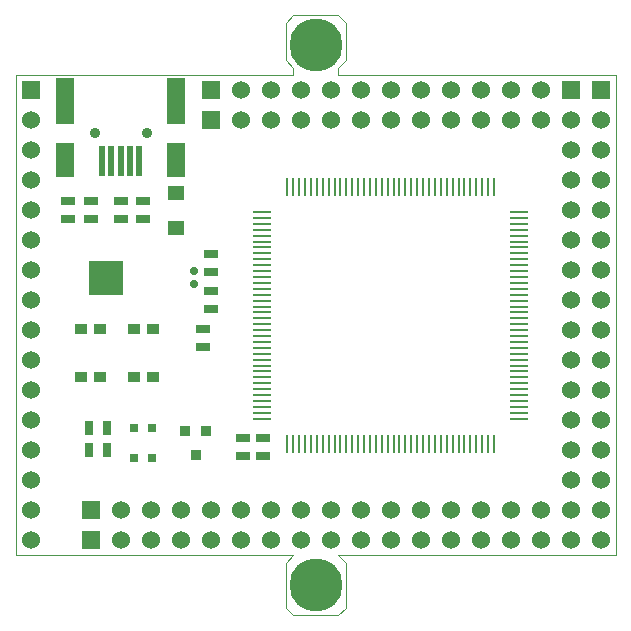
<source format=gts>
G04 (created by PCBNEW (2013-07-07 BZR 4022)-stable) date 02/11/2014 17:15:00*
%MOIN*%
G04 Gerber Fmt 3.4, Leading zero omitted, Abs format*
%FSLAX34Y34*%
G01*
G70*
G90*
G04 APERTURE LIST*
%ADD10C,0.00590551*%
%ADD11C,0.00393701*%
%ADD12R,0.011X0.0591*%
%ADD13R,0.0591X0.011*%
%ADD14R,0.045X0.025*%
%ADD15C,0.177165*%
%ADD16R,0.025X0.045*%
%ADD17R,0.036X0.036*%
%ADD18R,0.06X0.06*%
%ADD19C,0.06*%
%ADD20C,0.0275591*%
%ADD21R,0.11811X0.11811*%
%ADD22R,0.0393701X0.0354331*%
%ADD23R,0.0314X0.0314*%
%ADD24R,0.0197X0.102362*%
%ADD25R,0.0591X0.15748*%
%ADD26R,0.0591X0.11811*%
%ADD27C,0.0354*%
%ADD28R,0.0551X0.0512*%
G04 APERTURE END LIST*
G54D10*
G54D11*
X10750Y0D02*
X20000Y0D01*
X11000Y-250D02*
X10750Y0D01*
X11000Y-1750D02*
X11000Y-250D01*
X10750Y-2000D02*
X11000Y-1750D01*
X9250Y-2000D02*
X10750Y-2000D01*
X9000Y-1750D02*
X9250Y-2000D01*
X9000Y-250D02*
X9000Y-1750D01*
X9250Y0D02*
X9000Y-250D01*
X0Y0D02*
X9250Y0D01*
X10750Y16000D02*
X20000Y16000D01*
X10750Y16250D02*
X10750Y16000D01*
X11000Y16500D02*
X10750Y16250D01*
X11000Y17750D02*
X11000Y16500D01*
X10750Y18000D02*
X11000Y17750D01*
X9250Y18000D02*
X10750Y18000D01*
X9000Y17750D02*
X9250Y18000D01*
X9000Y16500D02*
X9000Y17750D01*
X9250Y16250D02*
X9000Y16500D01*
X9250Y16000D02*
X9250Y16250D01*
X0Y16000D02*
X9250Y16000D01*
X20000Y16000D02*
X20000Y0D01*
X0Y0D02*
X0Y16000D01*
G54D12*
X15945Y12291D03*
X15748Y12291D03*
X15551Y12291D03*
X15354Y12291D03*
X15157Y12291D03*
X14961Y12291D03*
X14764Y12291D03*
X14567Y12291D03*
X14370Y12291D03*
X14173Y12291D03*
X13976Y12291D03*
X13780Y12291D03*
X13583Y12291D03*
X13386Y12291D03*
X13189Y12291D03*
X12992Y12291D03*
X12795Y12291D03*
X12598Y12291D03*
X12402Y12291D03*
X12205Y12291D03*
X12008Y12291D03*
X11811Y12291D03*
X11614Y12291D03*
X11417Y12291D03*
X11220Y12291D03*
X11024Y12291D03*
X10827Y12291D03*
X10630Y12291D03*
X10433Y12291D03*
X10236Y12291D03*
X10039Y12291D03*
X9843Y12291D03*
X9646Y12291D03*
X9449Y12291D03*
X9252Y12291D03*
X9055Y12291D03*
X9055Y3709D03*
X9252Y3709D03*
X9449Y3709D03*
X9646Y3709D03*
X9843Y3709D03*
X10039Y3709D03*
X10236Y3709D03*
X10433Y3709D03*
X10630Y3709D03*
X10827Y3709D03*
X11024Y3709D03*
X11220Y3709D03*
X11417Y3709D03*
X11614Y3709D03*
X11811Y3709D03*
X12008Y3709D03*
X12205Y3709D03*
X12402Y3709D03*
X12598Y3709D03*
X12795Y3709D03*
X12992Y3709D03*
X13189Y3709D03*
X13386Y3709D03*
X13583Y3709D03*
X13780Y3709D03*
X13976Y3709D03*
X14173Y3709D03*
X14370Y3709D03*
X14567Y3709D03*
X14764Y3709D03*
X14961Y3709D03*
X15157Y3709D03*
X15354Y3709D03*
X15551Y3709D03*
X15748Y3709D03*
X15945Y3709D03*
G54D13*
X8209Y11445D03*
X8209Y11248D03*
X8209Y11051D03*
X8209Y10854D03*
X8209Y10657D03*
X8209Y10461D03*
X8209Y10264D03*
X8209Y10067D03*
X8209Y9870D03*
X8209Y9673D03*
X8209Y9476D03*
X8209Y9280D03*
X8209Y9083D03*
X8209Y8886D03*
X8209Y8689D03*
X8209Y8492D03*
X8209Y8295D03*
X8209Y8098D03*
X8209Y7902D03*
X8209Y7705D03*
X8209Y7508D03*
X8209Y7311D03*
X8209Y7114D03*
X8209Y6917D03*
X8209Y6720D03*
X8209Y6524D03*
X8209Y6327D03*
X8209Y6130D03*
X8209Y5933D03*
X8209Y5736D03*
X8209Y5539D03*
X8209Y5343D03*
X8209Y5146D03*
X8209Y4949D03*
X8209Y4752D03*
X8209Y4555D03*
X16791Y4555D03*
X16791Y4752D03*
X16791Y4949D03*
X16791Y5146D03*
X16791Y5343D03*
X16791Y5539D03*
X16791Y5736D03*
X16791Y5933D03*
X16791Y6130D03*
X16791Y6327D03*
X16791Y6524D03*
X16791Y6720D03*
X16791Y6917D03*
X16791Y7114D03*
X16791Y7311D03*
X16791Y7508D03*
X16791Y7705D03*
X16791Y7902D03*
X16791Y8098D03*
X16791Y8295D03*
X16791Y8492D03*
X16791Y8689D03*
X16791Y8886D03*
X16791Y9083D03*
X16791Y9280D03*
X16791Y9476D03*
X16791Y9673D03*
X16791Y9870D03*
X16791Y10067D03*
X16791Y10264D03*
X16791Y10461D03*
X16791Y10657D03*
X16791Y10854D03*
X16791Y11051D03*
X16791Y11248D03*
X16791Y11445D03*
G54D14*
X4250Y11800D03*
X4250Y11200D03*
X3500Y11800D03*
X3500Y11200D03*
X6500Y8800D03*
X6500Y8200D03*
X6500Y9450D03*
X6500Y10050D03*
G54D15*
X10000Y17000D03*
X10000Y-1000D03*
G54D14*
X6250Y6950D03*
X6250Y7550D03*
G54D16*
X2450Y3500D03*
X3050Y3500D03*
G54D17*
X5650Y4150D03*
X6350Y4150D03*
X6000Y3350D03*
G54D14*
X2500Y11200D03*
X2500Y11800D03*
X1750Y11800D03*
X1750Y11200D03*
G54D18*
X18500Y15500D03*
G54D19*
X18500Y14500D03*
X18500Y13500D03*
X18500Y12500D03*
X18500Y11500D03*
X18500Y10500D03*
X18500Y9500D03*
X18500Y8500D03*
X18500Y7500D03*
X18500Y6500D03*
X18500Y5500D03*
X18500Y4500D03*
X18500Y3500D03*
X18500Y2500D03*
X18500Y1500D03*
X18500Y500D03*
G54D18*
X19500Y15500D03*
G54D19*
X19500Y14500D03*
X19500Y13500D03*
X19500Y12500D03*
X19500Y11500D03*
X19500Y10500D03*
X19500Y9500D03*
X19500Y8500D03*
X19500Y7500D03*
X19500Y6500D03*
X19500Y5500D03*
X19500Y4500D03*
X19500Y3500D03*
X19500Y2500D03*
X19500Y1500D03*
X19500Y500D03*
G54D18*
X500Y15500D03*
G54D19*
X500Y14500D03*
X500Y13500D03*
X500Y12500D03*
X500Y11500D03*
X500Y10500D03*
X500Y9500D03*
X500Y8500D03*
X500Y7500D03*
X500Y6500D03*
X500Y5500D03*
X500Y4500D03*
X500Y3500D03*
X500Y2500D03*
X500Y1500D03*
X500Y500D03*
G54D16*
X2450Y4250D03*
X3050Y4250D03*
G54D18*
X6500Y15500D03*
G54D19*
X7500Y15500D03*
X8500Y15500D03*
X9500Y15500D03*
X10500Y15500D03*
X11500Y15500D03*
X12500Y15500D03*
X13500Y15500D03*
X14500Y15500D03*
X15500Y15500D03*
X16500Y15500D03*
X17500Y15500D03*
G54D18*
X2500Y1500D03*
G54D19*
X3500Y1500D03*
X4500Y1500D03*
X5500Y1500D03*
X6500Y1500D03*
X7500Y1500D03*
X8500Y1500D03*
X9500Y1500D03*
X10500Y1500D03*
X11500Y1500D03*
X12500Y1500D03*
X13500Y1500D03*
X14500Y1500D03*
X15500Y1500D03*
X16500Y1500D03*
X17500Y1500D03*
G54D18*
X2500Y500D03*
G54D19*
X3500Y500D03*
X4500Y500D03*
X5500Y500D03*
X6500Y500D03*
X7500Y500D03*
X8500Y500D03*
X9500Y500D03*
X10500Y500D03*
X11500Y500D03*
X12500Y500D03*
X13500Y500D03*
X14500Y500D03*
X15500Y500D03*
X16500Y500D03*
X17500Y500D03*
G54D14*
X7570Y3300D03*
X7570Y3900D03*
X8250Y3300D03*
X8250Y3900D03*
G54D18*
X6500Y14500D03*
G54D19*
X7500Y14500D03*
X8500Y14500D03*
X9500Y14500D03*
X10500Y14500D03*
X11500Y14500D03*
X12500Y14500D03*
X13500Y14500D03*
X14500Y14500D03*
X15500Y14500D03*
X16500Y14500D03*
X17500Y14500D03*
G54D20*
X5932Y9466D03*
X5932Y9033D03*
G54D21*
X3018Y9250D03*
G54D22*
X3935Y7557D03*
X4564Y7557D03*
X3935Y5942D03*
X4564Y5942D03*
G54D23*
X3955Y4250D03*
X4545Y4250D03*
X3955Y3250D03*
X4545Y3250D03*
G54D22*
X2185Y7557D03*
X2814Y7557D03*
X2185Y5942D03*
X2814Y5942D03*
G54D24*
X3500Y13147D03*
X3814Y13147D03*
X2870Y13147D03*
G54D25*
X5350Y15155D03*
G54D26*
X5350Y13187D03*
G54D25*
X1649Y15155D03*
G54D26*
X1649Y13187D03*
G54D24*
X3185Y13147D03*
G54D27*
X4366Y14093D03*
X2634Y14093D03*
G54D24*
X4129Y13147D03*
G54D28*
X5350Y12071D03*
X5350Y10929D03*
M02*

</source>
